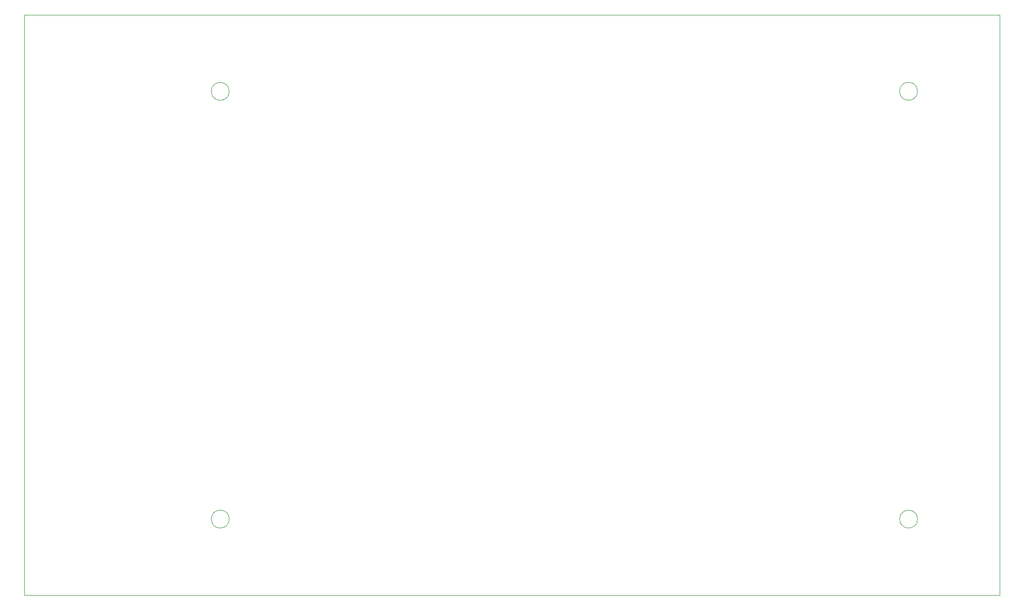
<source format=gbr>
%TF.GenerationSoftware,KiCad,Pcbnew,9.0.2*%
%TF.CreationDate,2025-06-25T20:21:35-07:00*%
%TF.ProjectId,led-plate-96-well,6c65642d-706c-4617-9465-2d39362d7765,rev?*%
%TF.SameCoordinates,Original*%
%TF.FileFunction,Profile,NP*%
%FSLAX46Y46*%
G04 Gerber Fmt 4.6, Leading zero omitted, Abs format (unit mm)*
G04 Created by KiCad (PCBNEW 9.0.2) date 2025-06-25 20:21:35*
%MOMM*%
%LPD*%
G01*
G04 APERTURE LIST*
%TA.AperFunction,Profile*%
%ADD10C,0.050000*%
%TD*%
G04 APERTURE END LIST*
D10*
X235550000Y-37160000D02*
G75*
G02*
X232489934Y-37160000I-1530033J0D01*
G01*
X232489934Y-37160000D02*
G75*
G02*
X235550000Y-37160000I1530033J0D01*
G01*
X235560033Y-110200000D02*
G75*
G02*
X232499967Y-110200000I-1530033J0D01*
G01*
X232499967Y-110200000D02*
G75*
G02*
X235560033Y-110200000I1530033J0D01*
G01*
X83230000Y-24085000D02*
X249570000Y-24085000D01*
X249570000Y-123210000D01*
X83230000Y-123210000D01*
X83230000Y-24085000D01*
X118140000Y-37170000D02*
G75*
G02*
X115079934Y-37170000I-1530033J0D01*
G01*
X115079934Y-37170000D02*
G75*
G02*
X118140000Y-37170000I1530033J0D01*
G01*
X118150000Y-110190000D02*
G75*
G02*
X115089934Y-110190000I-1530033J0D01*
G01*
X115089934Y-110190000D02*
G75*
G02*
X118150000Y-110190000I1530033J0D01*
G01*
M02*

</source>
